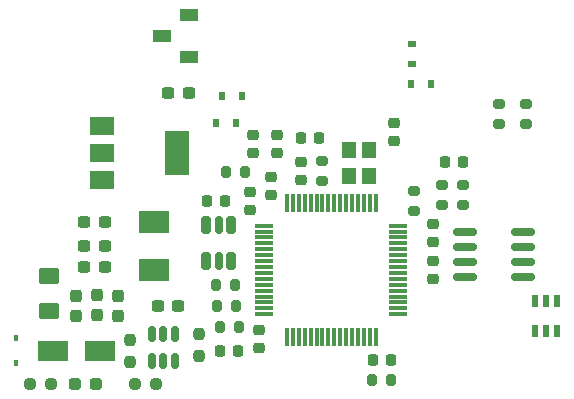
<source format=gtp>
%TF.GenerationSoftware,KiCad,Pcbnew,(6.0.0)*%
%TF.CreationDate,2022-12-31T23:54:09-06:00*%
%TF.ProjectId,WheelspeedController,57686565-6c73-4706-9565-64436f6e7472,rev?*%
%TF.SameCoordinates,Original*%
%TF.FileFunction,Paste,Top*%
%TF.FilePolarity,Positive*%
%FSLAX46Y46*%
G04 Gerber Fmt 4.6, Leading zero omitted, Abs format (unit mm)*
G04 Created by KiCad (PCBNEW (6.0.0)) date 2022-12-31 23:54:09*
%MOMM*%
%LPD*%
G01*
G04 APERTURE LIST*
G04 Aperture macros list*
%AMRoundRect*
0 Rectangle with rounded corners*
0 $1 Rounding radius*
0 $2 $3 $4 $5 $6 $7 $8 $9 X,Y pos of 4 corners*
0 Add a 4 corners polygon primitive as box body*
4,1,4,$2,$3,$4,$5,$6,$7,$8,$9,$2,$3,0*
0 Add four circle primitives for the rounded corners*
1,1,$1+$1,$2,$3*
1,1,$1+$1,$4,$5*
1,1,$1+$1,$6,$7*
1,1,$1+$1,$8,$9*
0 Add four rect primitives between the rounded corners*
20,1,$1+$1,$2,$3,$4,$5,0*
20,1,$1+$1,$4,$5,$6,$7,0*
20,1,$1+$1,$6,$7,$8,$9,0*
20,1,$1+$1,$8,$9,$2,$3,0*%
G04 Aperture macros list end*
%ADD10R,2.000000X1.500000*%
%ADD11R,2.000000X3.800000*%
%ADD12RoundRect,0.237500X-0.300000X-0.237500X0.300000X-0.237500X0.300000X0.237500X-0.300000X0.237500X0*%
%ADD13RoundRect,0.200000X-0.275000X0.200000X-0.275000X-0.200000X0.275000X-0.200000X0.275000X0.200000X0*%
%ADD14RoundRect,0.237500X-0.250000X-0.237500X0.250000X-0.237500X0.250000X0.237500X-0.250000X0.237500X0*%
%ADD15RoundRect,0.237500X0.237500X-0.300000X0.237500X0.300000X-0.237500X0.300000X-0.237500X-0.300000X0*%
%ADD16RoundRect,0.225000X-0.250000X0.225000X-0.250000X-0.225000X0.250000X-0.225000X0.250000X0.225000X0*%
%ADD17RoundRect,0.237500X0.237500X-0.250000X0.237500X0.250000X-0.237500X0.250000X-0.237500X-0.250000X0*%
%ADD18RoundRect,0.200000X-0.200000X-0.275000X0.200000X-0.275000X0.200000X0.275000X-0.200000X0.275000X0*%
%ADD19RoundRect,0.237500X-0.287500X-0.237500X0.287500X-0.237500X0.287500X0.237500X-0.287500X0.237500X0*%
%ADD20R,2.500000X1.900000*%
%ADD21RoundRect,0.250001X0.624999X-0.462499X0.624999X0.462499X-0.624999X0.462499X-0.624999X-0.462499X0*%
%ADD22RoundRect,0.200000X0.275000X-0.200000X0.275000X0.200000X-0.275000X0.200000X-0.275000X-0.200000X0*%
%ADD23RoundRect,0.200000X0.200000X0.275000X-0.200000X0.275000X-0.200000X-0.275000X0.200000X-0.275000X0*%
%ADD24RoundRect,0.237500X0.250000X0.237500X-0.250000X0.237500X-0.250000X-0.237500X0.250000X-0.237500X0*%
%ADD25RoundRect,0.237500X-0.237500X0.250000X-0.237500X-0.250000X0.237500X-0.250000X0.237500X0.250000X0*%
%ADD26RoundRect,0.225000X0.250000X-0.225000X0.250000X0.225000X-0.250000X0.225000X-0.250000X-0.225000X0*%
%ADD27R,0.600000X0.800000*%
%ADD28R,0.550000X1.050000*%
%ADD29RoundRect,0.150000X-0.150000X0.512500X-0.150000X-0.512500X0.150000X-0.512500X0.150000X0.512500X0*%
%ADD30RoundRect,0.160000X-0.240000X0.565000X-0.240000X-0.565000X0.240000X-0.565000X0.240000X0.565000X0*%
%ADD31RoundRect,0.120000X-0.180000X0.605000X-0.180000X-0.605000X0.180000X-0.605000X0.180000X0.605000X0*%
%ADD32RoundRect,0.237500X0.300000X0.237500X-0.300000X0.237500X-0.300000X-0.237500X0.300000X-0.237500X0*%
%ADD33RoundRect,0.225000X-0.225000X-0.250000X0.225000X-0.250000X0.225000X0.250000X-0.225000X0.250000X0*%
%ADD34RoundRect,0.218750X-0.256250X0.218750X-0.256250X-0.218750X0.256250X-0.218750X0.256250X0.218750X0*%
%ADD35RoundRect,0.075000X-0.075000X0.700000X-0.075000X-0.700000X0.075000X-0.700000X0.075000X0.700000X0*%
%ADD36RoundRect,0.075000X-0.700000X0.075000X-0.700000X-0.075000X0.700000X-0.075000X0.700000X0.075000X0*%
%ADD37R,1.200000X1.400000*%
%ADD38RoundRect,0.225000X0.225000X0.250000X-0.225000X0.250000X-0.225000X-0.250000X0.225000X-0.250000X0*%
%ADD39RoundRect,0.150000X-0.825000X-0.150000X0.825000X-0.150000X0.825000X0.150000X-0.825000X0.150000X0*%
%ADD40R,1.600000X1.000000*%
%ADD41R,0.800000X0.600000*%
%ADD42R,2.500000X1.800000*%
%ADD43R,0.450000X0.600000*%
G04 APERTURE END LIST*
D10*
%TO.C,U2*%
X73304000Y-82282000D03*
X73304000Y-84582000D03*
D11*
X79604000Y-84582000D03*
D10*
X73304000Y-86882000D03*
%TD*%
D12*
%TO.C,C4*%
X78031000Y-97536000D03*
X79756000Y-97536000D03*
%TD*%
D13*
%TO.C,R22*%
X99669600Y-87821000D03*
X99669600Y-89471000D03*
%TD*%
D14*
%TO.C,R4*%
X67159500Y-104140000D03*
X68984500Y-104140000D03*
%TD*%
D15*
%TO.C,C1*%
X74676000Y-98398500D03*
X74676000Y-96673500D03*
%TD*%
D16*
%TO.C,C12*%
X86614000Y-99555000D03*
X86614000Y-101105000D03*
%TD*%
D17*
%TO.C,R3*%
X81534000Y-101750500D03*
X81534000Y-99925500D03*
%TD*%
D18*
%TO.C,R11*%
X82995000Y-97536000D03*
X84645000Y-97536000D03*
%TD*%
D19*
%TO.C,D7*%
X71007000Y-104140000D03*
X72757000Y-104140000D03*
%TD*%
D20*
%TO.C,L1*%
X77724000Y-94506000D03*
X77724000Y-90406000D03*
%TD*%
D21*
%TO.C,F1*%
X68834000Y-98007500D03*
X68834000Y-95032500D03*
%TD*%
D18*
%TO.C,R10*%
X83249000Y-99364800D03*
X84899000Y-99364800D03*
%TD*%
D15*
%TO.C,C3*%
X72898000Y-98298000D03*
X72898000Y-96573000D03*
%TD*%
D22*
%TO.C,R19*%
X106934000Y-82105000D03*
X106934000Y-80455000D03*
%TD*%
%TO.C,R17*%
X109220000Y-82105000D03*
X109220000Y-80455000D03*
%TD*%
D15*
%TO.C,C2*%
X71120000Y-98398500D03*
X71120000Y-96673500D03*
%TD*%
D23*
%TO.C,R23*%
X97802200Y-103784400D03*
X96152200Y-103784400D03*
%TD*%
D18*
%TO.C,R12*%
X82944200Y-95808800D03*
X84594200Y-95808800D03*
%TD*%
D24*
%TO.C,R2*%
X77874500Y-104140000D03*
X76049500Y-104140000D03*
%TD*%
D25*
%TO.C,R1*%
X75692000Y-100433500D03*
X75692000Y-102258500D03*
%TD*%
D26*
%TO.C,C16*%
X88138000Y-84595000D03*
X88138000Y-83045000D03*
%TD*%
D27*
%TO.C,D3*%
X101180000Y-78740000D03*
X99480000Y-78740000D03*
%TD*%
D28*
%TO.C,D9*%
X109946400Y-99699600D03*
X110896400Y-99699600D03*
X111846400Y-99699600D03*
X111846400Y-97099600D03*
X110896400Y-97099600D03*
X109946400Y-97099600D03*
%TD*%
D13*
%TO.C,R13*%
X102108000Y-87313000D03*
X102108000Y-88963000D03*
%TD*%
D29*
%TO.C,U1*%
X79436000Y-99954500D03*
X78486000Y-99954500D03*
X77536000Y-99954500D03*
X77536000Y-102229500D03*
X78486000Y-102229500D03*
X79436000Y-102229500D03*
%TD*%
D30*
%TO.C,D10*%
X84225000Y-90682000D03*
D31*
X83175000Y-90682000D03*
D30*
X82125000Y-90682000D03*
X82125000Y-93732000D03*
D31*
X83175000Y-93732000D03*
D30*
X84225000Y-93732000D03*
%TD*%
D22*
%TO.C,R21*%
X91948000Y-86936000D03*
X91948000Y-85286000D03*
%TD*%
D32*
%TO.C,C5*%
X73506500Y-92456000D03*
X71781500Y-92456000D03*
%TD*%
D33*
%TO.C,C11*%
X82146000Y-88651000D03*
X83696000Y-88651000D03*
%TD*%
%TO.C,C19*%
X102349000Y-85344000D03*
X103899000Y-85344000D03*
%TD*%
D32*
%TO.C,C8*%
X80618500Y-79502000D03*
X78893500Y-79502000D03*
%TD*%
D26*
%TO.C,C15*%
X86106000Y-84595000D03*
X86106000Y-83045000D03*
%TD*%
D34*
%TO.C,L2*%
X90170000Y-85323500D03*
X90170000Y-86898500D03*
%TD*%
D26*
%TO.C,C17*%
X101346000Y-95263000D03*
X101346000Y-93713000D03*
%TD*%
D16*
%TO.C,C9*%
X101346000Y-90563400D03*
X101346000Y-92113400D03*
%TD*%
D23*
%TO.C,R9*%
X85407000Y-86233000D03*
X83757000Y-86233000D03*
%TD*%
D26*
%TO.C,C10*%
X85852000Y-89421000D03*
X85852000Y-87871000D03*
%TD*%
%TO.C,C21*%
X98044000Y-83579000D03*
X98044000Y-82029000D03*
%TD*%
D13*
%TO.C,R15*%
X103886000Y-87313000D03*
X103886000Y-88963000D03*
%TD*%
D35*
%TO.C,U3*%
X96460000Y-88818000D03*
X95960000Y-88818000D03*
X95460000Y-88818000D03*
X94960000Y-88818000D03*
X94460000Y-88818000D03*
X93960000Y-88818000D03*
X93460000Y-88818000D03*
X92960000Y-88818000D03*
X92460000Y-88818000D03*
X91960000Y-88818000D03*
X91460000Y-88818000D03*
X90960000Y-88818000D03*
X90460000Y-88818000D03*
X89960000Y-88818000D03*
X89460000Y-88818000D03*
X88960000Y-88818000D03*
D36*
X87035000Y-90743000D03*
X87035000Y-91243000D03*
X87035000Y-91743000D03*
X87035000Y-92243000D03*
X87035000Y-92743000D03*
X87035000Y-93243000D03*
X87035000Y-93743000D03*
X87035000Y-94243000D03*
X87035000Y-94743000D03*
X87035000Y-95243000D03*
X87035000Y-95743000D03*
X87035000Y-96243000D03*
X87035000Y-96743000D03*
X87035000Y-97243000D03*
X87035000Y-97743000D03*
X87035000Y-98243000D03*
D35*
X88960000Y-100168000D03*
X89460000Y-100168000D03*
X89960000Y-100168000D03*
X90460000Y-100168000D03*
X90960000Y-100168000D03*
X91460000Y-100168000D03*
X91960000Y-100168000D03*
X92460000Y-100168000D03*
X92960000Y-100168000D03*
X93460000Y-100168000D03*
X93960000Y-100168000D03*
X94460000Y-100168000D03*
X94960000Y-100168000D03*
X95460000Y-100168000D03*
X95960000Y-100168000D03*
X96460000Y-100168000D03*
D36*
X98385000Y-98243000D03*
X98385000Y-97743000D03*
X98385000Y-97243000D03*
X98385000Y-96743000D03*
X98385000Y-96243000D03*
X98385000Y-95743000D03*
X98385000Y-95243000D03*
X98385000Y-94743000D03*
X98385000Y-94243000D03*
X98385000Y-93743000D03*
X98385000Y-93243000D03*
X98385000Y-92743000D03*
X98385000Y-92243000D03*
X98385000Y-91743000D03*
X98385000Y-91243000D03*
X98385000Y-90743000D03*
%TD*%
D37*
%TO.C,Y1*%
X95896800Y-86499800D03*
X95896800Y-84299800D03*
X94196800Y-84299800D03*
X94196800Y-86499800D03*
%TD*%
D32*
%TO.C,C6*%
X73506500Y-94234000D03*
X71781500Y-94234000D03*
%TD*%
D38*
%TO.C,C22*%
X91707000Y-83312000D03*
X90157000Y-83312000D03*
%TD*%
D34*
%TO.C,D8*%
X87630000Y-86588500D03*
X87630000Y-88163500D03*
%TD*%
D38*
%TO.C,C13*%
X84849000Y-101346000D03*
X83299000Y-101346000D03*
%TD*%
%TO.C,C14*%
X97803000Y-102113000D03*
X96253000Y-102113000D03*
%TD*%
D27*
%TO.C,D1*%
X82970000Y-82042000D03*
X84670000Y-82042000D03*
%TD*%
D39*
%TO.C,U4*%
X104001800Y-91262200D03*
X104001800Y-92532200D03*
X104001800Y-93802200D03*
X104001800Y-95072200D03*
X108951800Y-95072200D03*
X108951800Y-93802200D03*
X108951800Y-92532200D03*
X108951800Y-91262200D03*
%TD*%
D40*
%TO.C,SW1*%
X80652000Y-76426000D03*
X78352000Y-74676000D03*
X80652000Y-72926000D03*
%TD*%
D41*
%TO.C,D4*%
X99568000Y-77050000D03*
X99568000Y-75350000D03*
%TD*%
D32*
%TO.C,C7*%
X73506500Y-90424000D03*
X71781500Y-90424000D03*
%TD*%
D27*
%TO.C,D2*%
X85178000Y-79756000D03*
X83478000Y-79756000D03*
%TD*%
D42*
%TO.C,D6*%
X73120000Y-101346000D03*
X69120000Y-101346000D03*
%TD*%
D43*
%TO.C,D5*%
X66040000Y-100296000D03*
X66040000Y-102396000D03*
%TD*%
M02*

</source>
